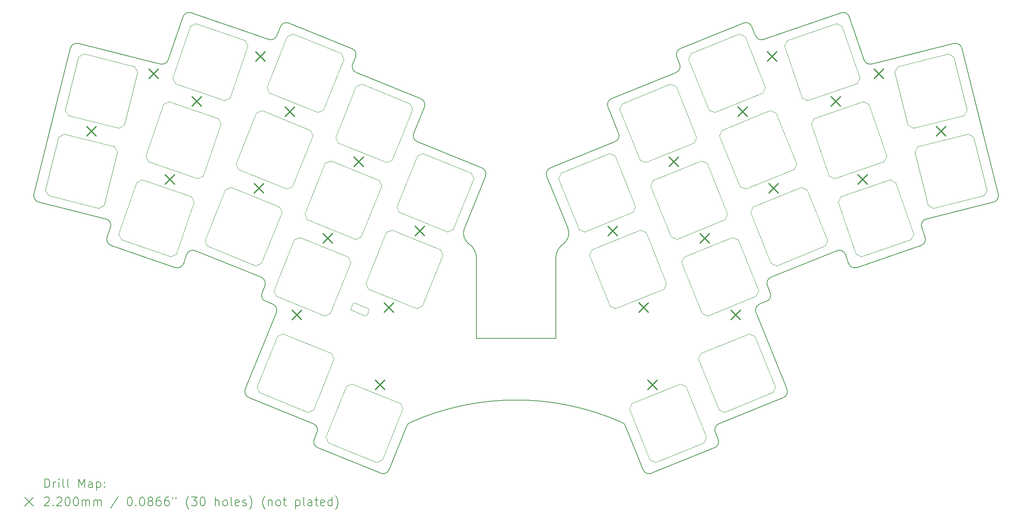
<source format=gbr>
%TF.GenerationSoftware,KiCad,Pcbnew,8.0.6-1.fc41*%
%TF.CreationDate,2024-11-30T14:56:50+11:00*%
%TF.ProjectId,katori-plate,6b61746f-7269-42d7-906c-6174652e6b69,0.1*%
%TF.SameCoordinates,Original*%
%TF.FileFunction,Drillmap*%
%TF.FilePolarity,Positive*%
%FSLAX45Y45*%
G04 Gerber Fmt 4.5, Leading zero omitted, Abs format (unit mm)*
G04 Created by KiCad (PCBNEW 8.0.6-1.fc41) date 2024-11-30 14:56:50*
%MOMM*%
%LPD*%
G01*
G04 APERTURE LIST*
%ADD10C,0.150000*%
%ADD11C,0.050000*%
%ADD12C,0.100000*%
%ADD13C,0.200000*%
%ADD14C,0.220000*%
G04 APERTURE END LIST*
D10*
X7982187Y-10934313D02*
X8053116Y-10728317D01*
X21322751Y-5780433D02*
X23102010Y-5167783D01*
X16542581Y-10838266D02*
G75*
G02*
X16730994Y-10472041I401989J24766D01*
G01*
X20209493Y-14816457D02*
G75*
G02*
X20292376Y-14621181I139078J56198D01*
G01*
X5560803Y-5875312D02*
X7449965Y-6346331D01*
X23811278Y-6346334D02*
X25700439Y-5875313D01*
X12710755Y-15675483D02*
G75*
G02*
X12515487Y-15758365I-139075J56193D01*
G01*
X11069081Y-15173985D02*
G75*
G02*
X10986188Y-14978712I56219J139095D01*
G01*
X11051748Y-14816457D02*
X10986193Y-14978714D01*
X23811278Y-6346334D02*
G75*
G02*
X23633162Y-6249623I-36288J145544D01*
G01*
X16419698Y-8733179D02*
X17903192Y-8133808D01*
X4651177Y-9523622D02*
X6195687Y-9908712D01*
X20855588Y-5404050D02*
G75*
G02*
X21050860Y-5486937I56192J-139080D01*
G01*
X18745756Y-15758368D02*
G75*
G02*
X18550489Y-15675481I-56186J139088D01*
G01*
X11952275Y-6541229D02*
X13435770Y-7140602D01*
X5378970Y-5984567D02*
G75*
G02*
X5560802Y-5875317I145530J-36273D01*
G01*
X21147009Y-12064899D02*
X21858761Y-13826550D01*
X23102010Y-5167783D02*
G75*
G02*
X23292673Y-5260778I48840J-141817D01*
G01*
X18745756Y-15758368D02*
X20192163Y-15173984D01*
X23010108Y-10638075D02*
G75*
G02*
X23208123Y-10728319I56202J-139046D01*
G01*
X21409482Y-11446550D02*
G75*
G02*
X21492365Y-11251277I139138J56170D01*
G01*
X7968566Y-5260776D02*
G75*
G02*
X8159229Y-5167788I141834J-48855D01*
G01*
X13358049Y-8133809D02*
X14841543Y-8733177D01*
X21322751Y-5780433D02*
G75*
G02*
X21134841Y-5694793I-48821J141853D01*
G01*
X20292379Y-14621187D02*
X21775873Y-14021818D01*
X25037721Y-10328757D02*
X24960017Y-10103093D01*
X13194530Y-14590696D02*
G75*
G02*
X18066711Y-14590696I2436090J-5483194D01*
G01*
X11852058Y-5988437D02*
G75*
G02*
X11934946Y-6183705I-56178J-139073D01*
G01*
X11869390Y-6345962D02*
X11934948Y-6183705D01*
X9485369Y-14021818D02*
X10968860Y-14621188D01*
X25700439Y-5875313D02*
G75*
G02*
X25882269Y-5984568I36291J-145537D01*
G01*
X7628080Y-6249623D02*
X7968566Y-5260776D01*
X23469718Y-11027305D02*
G75*
G02*
X23279054Y-10934315I-48849J141805D01*
G01*
X21492368Y-11251282D02*
X23010108Y-10638075D01*
X6316515Y-10519418D02*
G75*
G02*
X6223520Y-10328756I48895J141858D01*
G01*
X21147009Y-12064903D02*
G75*
G02*
X21229891Y-11869625I139091J56193D01*
G01*
X13358049Y-8133809D02*
G75*
G02*
X13275160Y-7938537I56211J139089D01*
G01*
X8251137Y-10638074D02*
X9768873Y-11251282D01*
X10210383Y-5486937D02*
X10126403Y-5694795D01*
X16336813Y-8928446D02*
G75*
G02*
X16419696Y-8733176I139117J56176D01*
G01*
X9869090Y-11804076D02*
G75*
G02*
X9786200Y-11608806I56180J139076D01*
G01*
X4541922Y-9341790D02*
X5378970Y-5984567D01*
X9768873Y-11251282D02*
G75*
G02*
X9851755Y-11446546I-56203J-139078D01*
G01*
X14924430Y-8928445D02*
X14440634Y-10125883D01*
X20275050Y-14978714D02*
G75*
G02*
X20192161Y-15173978I-139080J-56186D01*
G01*
X16542581Y-10838266D02*
X16543404Y-12652533D01*
X21229894Y-11869631D02*
X21392153Y-11804077D01*
X11069081Y-15173985D02*
X12515486Y-15758369D01*
X16336813Y-8928447D02*
X16820609Y-10125885D01*
X23469718Y-11027305D02*
X24944727Y-10519418D01*
X17825471Y-7140602D02*
X19308965Y-6541231D01*
X9402483Y-13826549D02*
X10114232Y-12064899D01*
X10031348Y-11869632D02*
G75*
G02*
X10114230Y-12064898I-56178J-139068D01*
G01*
X16820908Y-10125764D02*
G75*
G02*
X16730989Y-10472034I-278438J-112506D01*
G01*
X13435770Y-7140602D02*
G75*
G02*
X13518652Y-7335868I-56200J-139078D01*
G01*
X12710754Y-15675483D02*
X13116355Y-14671585D01*
X19326298Y-6183704D02*
G75*
G02*
X19409180Y-5988430I139082J56194D01*
G01*
X19326297Y-6183704D02*
X19391853Y-6345962D01*
X10210383Y-5486937D02*
G75*
G02*
X10405651Y-5404054I139067J-56173D01*
G01*
X7982187Y-10934312D02*
G75*
G02*
X7791525Y-11027307I-141847J48872D01*
G01*
X8053116Y-10728317D02*
G75*
G02*
X8251135Y-10638079I141824J-48833D01*
G01*
X23208124Y-10728317D02*
X23279055Y-10934314D01*
X4651177Y-9523622D02*
G75*
G02*
X4541922Y-9341790I36304J145552D01*
G01*
X21475039Y-11608806D02*
G75*
G02*
X21392152Y-11804074I-139069J-56194D01*
G01*
X14530505Y-10471837D02*
G75*
G02*
X14440634Y-10125883I188265J233557D01*
G01*
X14841544Y-8733177D02*
G75*
G02*
X14924428Y-8928446I-56184J-139073D01*
G01*
X25037721Y-10328757D02*
G75*
G02*
X24944726Y-10519413I-141841J-48823D01*
G01*
X9485369Y-14021818D02*
G75*
G02*
X9402478Y-13826547I56161J139069D01*
G01*
X6301225Y-10103091D02*
X6223523Y-10328757D01*
X9851760Y-11446548D02*
X9786203Y-11608807D01*
X21858760Y-13826551D02*
G75*
G02*
X21775871Y-14021813I-139070J-56189D01*
G01*
X9869091Y-11804076D02*
X10031348Y-11869632D01*
X20855588Y-5404050D02*
X19409182Y-5988436D01*
X8159230Y-5167784D02*
X9938490Y-5780433D01*
X10968862Y-14621189D02*
G75*
G02*
X11051745Y-14816456I-56182J-139071D01*
G01*
X18066711Y-14590696D02*
G75*
G02*
X18144889Y-14671584I-60901J-137084D01*
G01*
X14718789Y-12652296D02*
X16543404Y-12652533D01*
X6316515Y-10519419D02*
X7791524Y-11027305D01*
X17742586Y-7335869D02*
G75*
G02*
X17825468Y-7140595I139094J56189D01*
G01*
X21475039Y-11608806D02*
X21409482Y-11446550D01*
X20275050Y-14978714D02*
X20209494Y-14816457D01*
X11952275Y-6541230D02*
G75*
G02*
X11869387Y-6345962I56195J139080D01*
G01*
X19391853Y-6345962D02*
G75*
G02*
X19308963Y-6541225I-139073J-56188D01*
G01*
X21134839Y-5694794D02*
X21050859Y-5486937D01*
X17742587Y-7335870D02*
X17986078Y-7938541D01*
X13275164Y-7938538D02*
X13518656Y-7335870D01*
X7628080Y-6249623D02*
G75*
G02*
X7449964Y-6346335I-141840J48853D01*
G01*
X14718789Y-10838268D02*
X14718789Y-12652296D01*
X24960018Y-10103092D02*
G75*
G02*
X25065556Y-9908702I141812J48852D01*
G01*
X25882272Y-5984568D02*
X26719321Y-9341791D01*
X6195687Y-9908712D02*
G75*
G02*
X6301224Y-10103091I-36317J-145558D01*
G01*
X18144886Y-14671585D02*
X18550487Y-15675482D01*
X17986078Y-7938541D02*
G75*
G02*
X17903190Y-8133802I-139068J-56189D01*
G01*
X11852058Y-5988437D02*
X10405653Y-5404050D01*
X10126403Y-5694796D02*
G75*
G02*
X9938491Y-5780429I-139063J56166D01*
G01*
X23292674Y-5260778D02*
X23633162Y-6249623D01*
X26719323Y-9341791D02*
G75*
G02*
X26610063Y-9523617I-145533J-36289D01*
G01*
X25065557Y-9908709D02*
X26610064Y-9523621D01*
X14530376Y-10472042D02*
G75*
G02*
X14718789Y-10838268I-213577J-341458D01*
G01*
X13116355Y-14671585D02*
G75*
G02*
X13194530Y-14590694I139085J-56195D01*
G01*
D11*
X10822659Y-9924418D02*
X10767401Y-9794239D01*
X10822659Y-9924418D02*
X11935280Y-10373946D01*
X11239406Y-8625987D02*
X10767401Y-9794239D01*
X11369585Y-8570729D02*
X11239406Y-8625987D01*
X12065459Y-10318688D02*
X11935280Y-10373946D01*
X12065459Y-10318688D02*
X12537463Y-9150436D01*
X12482205Y-9020257D02*
X11369585Y-8570729D01*
X12537463Y-9150436D02*
X12482205Y-9020257D01*
X22418893Y-7729766D02*
X22480888Y-7602657D01*
X22418893Y-7729766D02*
X22829109Y-8921119D01*
X22829109Y-8921119D02*
X22956218Y-8983114D01*
X22956218Y-8983114D02*
X24090840Y-8592432D01*
X23615510Y-7211975D02*
X22480888Y-7602657D01*
X23615510Y-7211975D02*
X23742619Y-7273970D01*
X24090840Y-8592432D02*
X24152835Y-8465324D01*
X24152835Y-8465324D02*
X23742619Y-7273970D01*
X5333867Y-7529547D02*
X5261029Y-7408326D01*
X5333867Y-7529547D02*
X6498221Y-7819854D01*
X5565851Y-6185753D02*
X5261029Y-7408326D01*
X5687072Y-6112916D02*
X5565851Y-6185753D01*
X6619443Y-7747016D02*
X6498221Y-7819854D01*
X6619443Y-7747016D02*
X6924265Y-6524444D01*
X6851427Y-6403222D02*
X5687072Y-6112916D01*
X6924265Y-6524444D02*
X6851427Y-6403222D01*
X19435532Y-10912086D02*
X19490790Y-10781907D01*
X19435532Y-10912086D02*
X19907536Y-12080338D01*
X19907536Y-12080338D02*
X20037715Y-12135596D01*
X20037715Y-12135596D02*
X21150336Y-11686068D01*
X20603410Y-10332379D02*
X19490790Y-10781907D01*
X20603410Y-10332379D02*
X20733589Y-10387637D01*
X21150336Y-11686068D02*
X21205594Y-11555889D01*
X21205594Y-11555889D02*
X20733589Y-10387637D01*
X17318008Y-10743015D02*
X17790012Y-11911266D01*
X17373266Y-10612835D02*
X17318008Y-10743015D01*
X17920191Y-11966524D02*
X17790012Y-11911266D01*
X17920191Y-11966524D02*
X19032812Y-11516996D01*
X18485886Y-10163308D02*
X17373266Y-10612835D01*
X18616065Y-10218565D02*
X18485886Y-10163308D01*
X19088070Y-11386817D02*
X18616065Y-10218565D01*
X19088070Y-11386817D02*
X19032812Y-11516996D01*
X12940183Y-9755345D02*
X12884925Y-9625166D01*
X12940183Y-9755345D02*
X14052804Y-10204873D01*
X13356930Y-8456915D02*
X12884925Y-9625166D01*
X13487109Y-8401657D02*
X13356930Y-8456915D01*
X14182983Y-10149615D02*
X14052804Y-10204873D01*
X14182983Y-10149615D02*
X14654987Y-8981364D01*
X14599729Y-8851185D02*
X13487109Y-8401657D01*
X14654987Y-8981364D02*
X14599729Y-8851185D01*
D12*
X11850637Y-12013942D02*
X12156783Y-12137688D01*
X11872383Y-11866393D02*
X11831167Y-11968434D01*
X12202291Y-12118218D02*
X12243442Y-12016365D01*
X12223777Y-11970779D02*
X11917890Y-11846925D01*
X11850637Y-12013942D02*
G75*
G02*
X11831167Y-11968434I13149J32544D01*
G01*
X11872383Y-11866393D02*
G75*
G02*
X11917891Y-11846922I32543J-13144D01*
G01*
X12202291Y-12118218D02*
G75*
G02*
X12156783Y-12137686I-32544J13150D01*
G01*
X12223777Y-11970779D02*
G75*
G02*
X12243247Y-12016287I-13149J-32545D01*
G01*
D11*
X8527193Y-10533903D02*
X8471935Y-10403724D01*
X8527193Y-10533903D02*
X9639814Y-10983431D01*
X8943940Y-9235472D02*
X8471935Y-10403724D01*
X9074119Y-9180215D02*
X8943940Y-9235472D01*
X9769993Y-10928173D02*
X9639814Y-10983431D01*
X9769993Y-10928173D02*
X10241997Y-9759922D01*
X10186739Y-9629743D02*
X9074119Y-9180215D01*
X10241997Y-9759922D02*
X10186739Y-9629743D01*
X11255635Y-14925796D02*
X11310893Y-15055976D01*
X11310893Y-15055976D02*
X12423513Y-15505503D01*
X11727639Y-13757545D02*
X11255635Y-14925796D01*
X11727639Y-13757545D02*
X11857818Y-13702287D01*
X12423513Y-15505503D02*
X12553692Y-15450246D01*
X12553692Y-15450246D02*
X13025697Y-14281994D01*
X12970439Y-14151815D02*
X11857818Y-13702287D01*
X12970439Y-14151815D02*
X13025697Y-14281994D01*
X18723781Y-9150438D02*
X18779039Y-9020259D01*
X18723781Y-9150438D02*
X19195786Y-10318690D01*
X19195786Y-10318690D02*
X19325965Y-10373948D01*
X19325965Y-10373948D02*
X20438585Y-9924420D01*
X19891660Y-8570731D02*
X18779039Y-9020259D01*
X19891660Y-8570731D02*
X20021839Y-8625989D01*
X20438585Y-9924420D02*
X20493843Y-9794241D01*
X20493843Y-9794241D02*
X20021839Y-8625989D01*
X21800315Y-5933281D02*
X21862310Y-5806172D01*
X21800315Y-5933281D02*
X22210530Y-7124635D01*
X22210530Y-7124635D02*
X22337639Y-7186630D01*
X22337639Y-7186630D02*
X23472261Y-6795948D01*
X22996932Y-5415491D02*
X21862310Y-5806172D01*
X22996932Y-5415491D02*
X23124041Y-5477486D01*
X23472261Y-6795948D02*
X23534256Y-6668839D01*
X23534256Y-6668839D02*
X23124041Y-5477486D01*
X4874214Y-9373109D02*
X4801377Y-9251887D01*
X4874214Y-9373109D02*
X6038569Y-9663415D01*
X5106198Y-8029314D02*
X4801377Y-9251887D01*
X5227420Y-7956477D02*
X5106198Y-8029314D01*
X6159790Y-9590578D02*
X6038569Y-9663415D01*
X6159790Y-9590578D02*
X6464612Y-8368005D01*
X6391775Y-8246783D02*
X5227420Y-7956477D01*
X6464612Y-8368005D02*
X6391775Y-8246783D01*
X9950698Y-7010605D02*
X9895441Y-6880426D01*
X9950698Y-7010605D02*
X11063319Y-7460133D01*
X10367445Y-5712174D02*
X9895441Y-6880426D01*
X10497624Y-5656916D02*
X10367445Y-5712174D01*
X11193498Y-7404875D02*
X11063319Y-7460133D01*
X11193498Y-7404875D02*
X11665502Y-6236623D01*
X11610244Y-6106444D02*
X10497624Y-5656916D01*
X11665502Y-6236623D02*
X11610244Y-6106444D01*
X24796631Y-8368007D02*
X24869468Y-8246785D01*
X24796631Y-8368007D02*
X25101452Y-9590580D01*
X25101452Y-9590580D02*
X25222674Y-9663417D01*
X25222674Y-9663417D02*
X26387029Y-9373111D01*
X26033823Y-7956479D02*
X24869468Y-8246785D01*
X26033823Y-7956479D02*
X26155045Y-8029316D01*
X26387029Y-9373111D02*
X26459866Y-9251889D01*
X26459866Y-9251889D02*
X26155045Y-8029316D01*
X18012028Y-7388787D02*
X18067286Y-7258608D01*
X18012028Y-7388787D02*
X18484032Y-8557039D01*
X18484032Y-8557039D02*
X18614211Y-8612296D01*
X18614211Y-8612296D02*
X19726832Y-8162768D01*
X19179906Y-6809080D02*
X18067286Y-7258608D01*
X19179906Y-6809080D02*
X19310085Y-6864338D01*
X19726832Y-8162768D02*
X19782090Y-8032589D01*
X19782090Y-8032589D02*
X19310085Y-6864338D01*
X19595741Y-6236622D02*
X19650999Y-6106443D01*
X19595741Y-6236622D02*
X20067745Y-7404874D01*
X20067745Y-7404874D02*
X20197924Y-7460132D01*
X20197924Y-7460132D02*
X21310545Y-7010604D01*
X20763619Y-5656915D02*
X19650999Y-6106443D01*
X20763619Y-5656915D02*
X20893798Y-5712173D01*
X21310545Y-7010604D02*
X21365803Y-6880425D01*
X21365803Y-6880425D02*
X20893798Y-5712173D01*
X16606256Y-8981365D02*
X17078261Y-10149617D01*
X16661514Y-8851186D02*
X16606256Y-8981365D01*
X17208440Y-10204875D02*
X17078261Y-10149617D01*
X17208440Y-10204875D02*
X18321060Y-9755347D01*
X17774135Y-8401658D02*
X16661514Y-8851186D01*
X17904314Y-8456916D02*
X17774135Y-8401658D01*
X18376318Y-9625168D02*
X17904314Y-8456916D01*
X18376318Y-9625168D02*
X18321060Y-9755347D01*
X24336978Y-6524443D02*
X24409815Y-6403221D01*
X24336978Y-6524443D02*
X24641799Y-7747015D01*
X24641799Y-7747015D02*
X24763021Y-7819853D01*
X24763021Y-7819853D02*
X25927376Y-7529547D01*
X25574170Y-6112915D02*
X24409815Y-6403221D01*
X25574170Y-6112915D02*
X25695392Y-6185752D01*
X25927376Y-7529547D02*
X26000213Y-7408325D01*
X26000213Y-7408325D02*
X25695392Y-6185752D01*
X12228430Y-11516994D02*
X12173172Y-11386815D01*
X12228430Y-11516994D02*
X13341051Y-11966522D01*
X12645177Y-10218563D02*
X12173172Y-11386815D01*
X12775356Y-10163305D02*
X12645177Y-10218563D01*
X13471230Y-11911264D02*
X13341051Y-11966522D01*
X13471230Y-11911264D02*
X13943234Y-10743012D01*
X13887976Y-10612833D02*
X12775356Y-10163305D01*
X13943234Y-10743012D02*
X13887976Y-10612833D01*
X19819256Y-13129829D02*
X19874514Y-12999650D01*
X19819256Y-13129829D02*
X20291260Y-14298080D01*
X20291260Y-14298080D02*
X20421439Y-14353338D01*
X20421439Y-14353338D02*
X21534060Y-13903810D01*
X20987134Y-12550122D02*
X19874514Y-12999650D01*
X20987134Y-12550122D02*
X21117313Y-12605380D01*
X21534060Y-13903810D02*
X21589318Y-13773631D01*
X21589318Y-13773631D02*
X21117313Y-12605380D01*
X7788981Y-6795946D02*
X7726986Y-6668838D01*
X7788981Y-6795946D02*
X8923604Y-7186628D01*
X8137202Y-5477484D02*
X7726986Y-6668838D01*
X8264311Y-5415489D02*
X8137202Y-5477484D01*
X9050713Y-7124633D02*
X8923604Y-7186628D01*
X9050713Y-7124633D02*
X9460928Y-5933280D01*
X9398933Y-5806171D02*
X8264311Y-5415489D01*
X9460928Y-5933280D02*
X9398933Y-5806171D01*
X18235545Y-14281991D02*
X18290803Y-14151812D01*
X18235545Y-14281991D02*
X18707549Y-15450243D01*
X18707549Y-15450243D02*
X18837728Y-15505501D01*
X18837728Y-15505501D02*
X19950349Y-15055973D01*
X19403423Y-13702284D02*
X18290803Y-14151812D01*
X19403423Y-13702284D02*
X19533602Y-13757542D01*
X19950349Y-15055973D02*
X20005607Y-14925794D01*
X20005607Y-14925794D02*
X19533602Y-13757542D01*
X6551823Y-10388917D02*
X6489828Y-10261808D01*
X6551823Y-10388917D02*
X7686446Y-10779599D01*
X6900044Y-9070455D02*
X6489828Y-10261808D01*
X7027153Y-9008460D02*
X6900044Y-9070455D01*
X7813554Y-10717604D02*
X7686446Y-10779599D01*
X7813554Y-10717604D02*
X8223770Y-9526250D01*
X8161775Y-9399142D02*
X7027153Y-9008460D01*
X8223770Y-9526250D02*
X8161775Y-9399142D01*
X20307492Y-7998272D02*
X20362750Y-7868093D01*
X20307492Y-7998272D02*
X20779497Y-9166524D01*
X20779497Y-9166524D02*
X20909676Y-9221781D01*
X20909676Y-9221781D02*
X22022296Y-8772253D01*
X21475371Y-7418565D02*
X20362750Y-7868093D01*
X21475371Y-7418565D02*
X21605550Y-7473823D01*
X22022296Y-8772253D02*
X22077554Y-8642074D01*
X22077554Y-8642074D02*
X21605550Y-7473823D01*
X9727183Y-13903811D02*
X9671925Y-13773632D01*
X9727183Y-13903811D02*
X10839803Y-14353339D01*
X10143929Y-12605380D02*
X9671925Y-13773632D01*
X10274108Y-12550122D02*
X10143929Y-12605380D01*
X10969982Y-14298081D02*
X10839803Y-14353339D01*
X10969982Y-14298081D02*
X11441986Y-13129829D01*
X11386729Y-12999650D02*
X10274108Y-12550122D01*
X11441986Y-13129829D02*
X11386729Y-12999650D01*
X10110905Y-11686067D02*
X10055647Y-11555888D01*
X10110905Y-11686067D02*
X11223526Y-12135595D01*
X10527652Y-10387637D02*
X10055647Y-11555888D01*
X10657831Y-10332379D02*
X10527652Y-10387637D01*
X11353705Y-12080337D02*
X11223526Y-12135595D01*
X11353705Y-12080337D02*
X11825709Y-10912086D01*
X11770451Y-10781907D02*
X10657831Y-10332379D01*
X11825709Y-10912086D02*
X11770451Y-10781907D01*
X9238946Y-8772252D02*
X9183688Y-8642073D01*
X9238946Y-8772252D02*
X10351566Y-9221780D01*
X9655692Y-7473821D02*
X9183688Y-8642073D01*
X9785871Y-7418564D02*
X9655692Y-7473821D01*
X10481745Y-9166522D02*
X10351566Y-9221780D01*
X10481745Y-9166522D02*
X10953750Y-7998271D01*
X10898492Y-7868091D02*
X9785871Y-7418564D01*
X10953750Y-7998271D02*
X10898492Y-7868091D01*
X23037473Y-9526252D02*
X23099468Y-9399144D01*
X23037473Y-9526252D02*
X23447689Y-10717606D01*
X23447689Y-10717606D02*
X23574798Y-10779601D01*
X23574798Y-10779601D02*
X24709420Y-10388919D01*
X24234091Y-9008462D02*
X23099468Y-9399144D01*
X24234091Y-9008462D02*
X24361199Y-9070457D01*
X24709420Y-10388919D02*
X24771415Y-10261810D01*
X24771415Y-10261810D02*
X24361199Y-9070457D01*
X7170401Y-8592432D02*
X7108406Y-8465323D01*
X7170401Y-8592432D02*
X8305023Y-8983114D01*
X7518621Y-7273970D02*
X7108406Y-8465323D01*
X7645730Y-7211975D02*
X7518621Y-7273970D01*
X8432132Y-8921119D02*
X8305023Y-8983114D01*
X8432132Y-8921119D02*
X8842348Y-7729765D01*
X8780353Y-7602657D02*
X7645730Y-7211975D01*
X8842348Y-7729765D02*
X8780353Y-7602657D01*
X11534408Y-8162768D02*
X11479150Y-8032589D01*
X11534408Y-8162768D02*
X12647029Y-8612296D01*
X11951155Y-6864338D02*
X11479150Y-8032589D01*
X12081334Y-6809080D02*
X11951155Y-6864338D01*
X12777208Y-8557038D02*
X12647029Y-8612296D01*
X12777208Y-8557038D02*
X13249212Y-7388787D01*
X13193954Y-7258608D02*
X12081334Y-6809080D01*
X13249212Y-7388787D02*
X13193954Y-7258608D01*
X21019245Y-9759923D02*
X21074503Y-9629744D01*
X21019245Y-9759923D02*
X21491249Y-10928174D01*
X21491249Y-10928174D02*
X21621428Y-10983432D01*
X21621428Y-10983432D02*
X22734049Y-10533904D01*
X22187123Y-9180216D02*
X21074503Y-9629744D01*
X22187123Y-9180216D02*
X22317302Y-9235473D01*
X22734049Y-10533904D02*
X22789307Y-10403725D01*
X22789307Y-10403725D02*
X22317302Y-9235473D01*
D13*
D14*
X5752822Y-7778165D02*
X5972822Y-7998165D01*
X5972822Y-7778165D02*
X5752822Y-7998165D01*
X7182647Y-6456385D02*
X7402647Y-6676385D01*
X7402647Y-6456385D02*
X7182647Y-6676385D01*
X7556088Y-8885786D02*
X7776088Y-9105786D01*
X7776088Y-8885786D02*
X7556088Y-9105786D01*
X8174669Y-7089301D02*
X8394669Y-7309301D01*
X8394669Y-7089301D02*
X8174669Y-7309301D01*
X9602843Y-9090998D02*
X9822843Y-9310998D01*
X9822843Y-9090998D02*
X9602843Y-9310998D01*
X9639536Y-6060146D02*
X9859536Y-6280146D01*
X9859536Y-6060146D02*
X9639536Y-6280146D01*
X10314595Y-7329349D02*
X10534595Y-7549349D01*
X10534595Y-7329349D02*
X10314595Y-7549349D01*
X10474801Y-12004812D02*
X10694801Y-12224812D01*
X10694801Y-12004812D02*
X10474801Y-12224812D01*
X11186553Y-10243163D02*
X11406553Y-10463163D01*
X11406553Y-10243163D02*
X11186553Y-10463163D01*
X11898305Y-8481515D02*
X12118305Y-8701515D01*
X12118305Y-8481515D02*
X11898305Y-8701515D01*
X12386542Y-13613072D02*
X12606542Y-13833072D01*
X12606542Y-13613072D02*
X12386542Y-13833072D01*
X12592329Y-11835740D02*
X12812329Y-12055740D01*
X12812329Y-11835740D02*
X12592329Y-12055740D01*
X12592329Y-11835740D02*
X12812329Y-12055740D01*
X12812329Y-11835740D02*
X12592329Y-12055740D01*
X13304079Y-10074091D02*
X13524079Y-10294091D01*
X13524079Y-10074091D02*
X13304079Y-10294091D01*
X13304079Y-10074091D02*
X13524079Y-10294091D01*
X13524079Y-10074091D02*
X13304079Y-10294091D01*
X17737163Y-10074089D02*
X17957163Y-10294089D01*
X17957163Y-10074089D02*
X17737163Y-10294089D01*
X18448914Y-11835739D02*
X18668914Y-12055739D01*
X18668914Y-11835739D02*
X18448914Y-12055739D01*
X18654700Y-13613069D02*
X18874700Y-13833069D01*
X18874700Y-13613069D02*
X18654700Y-13833069D01*
X19142937Y-8481515D02*
X19362937Y-8701515D01*
X19362937Y-8481515D02*
X19142937Y-8701515D01*
X19854688Y-10243164D02*
X20074688Y-10463164D01*
X20074688Y-10243164D02*
X19854688Y-10463164D01*
X20566438Y-12004813D02*
X20786438Y-12224813D01*
X20786438Y-12004813D02*
X20566438Y-12224813D01*
X20726649Y-7329348D02*
X20946649Y-7549348D01*
X20946649Y-7329348D02*
X20726649Y-7549348D01*
X21401707Y-6060148D02*
X21621707Y-6280148D01*
X21621707Y-6060148D02*
X21401707Y-6280148D01*
X21401707Y-6060148D02*
X21621707Y-6280148D01*
X21621707Y-6060148D02*
X21401707Y-6280148D01*
X21438400Y-9091000D02*
X21658400Y-9311000D01*
X21658400Y-9091000D02*
X21438400Y-9311000D01*
X22866574Y-7089302D02*
X23086574Y-7309302D01*
X23086574Y-7089302D02*
X22866574Y-7309302D01*
X23485155Y-8885789D02*
X23705155Y-9105789D01*
X23705155Y-8885789D02*
X23485155Y-9105789D01*
X23858596Y-6456384D02*
X24078596Y-6676384D01*
X24078596Y-6456384D02*
X23858596Y-6676384D01*
X23858596Y-6456384D02*
X24078596Y-6676384D01*
X24078596Y-6456384D02*
X23858596Y-6676384D01*
X25288421Y-7778165D02*
X25508421Y-7998165D01*
X25508421Y-7778165D02*
X25288421Y-7998165D01*
D13*
X4790746Y-16088272D02*
X4790746Y-15888272D01*
X4790746Y-15888272D02*
X4838365Y-15888272D01*
X4838365Y-15888272D02*
X4866936Y-15897796D01*
X4866936Y-15897796D02*
X4885984Y-15916844D01*
X4885984Y-15916844D02*
X4895507Y-15935891D01*
X4895507Y-15935891D02*
X4905031Y-15973986D01*
X4905031Y-15973986D02*
X4905031Y-16002558D01*
X4905031Y-16002558D02*
X4895507Y-16040653D01*
X4895507Y-16040653D02*
X4885984Y-16059701D01*
X4885984Y-16059701D02*
X4866936Y-16078748D01*
X4866936Y-16078748D02*
X4838365Y-16088272D01*
X4838365Y-16088272D02*
X4790746Y-16088272D01*
X4990746Y-16088272D02*
X4990746Y-15954939D01*
X4990746Y-15993034D02*
X5000269Y-15973986D01*
X5000269Y-15973986D02*
X5009793Y-15964463D01*
X5009793Y-15964463D02*
X5028841Y-15954939D01*
X5028841Y-15954939D02*
X5047888Y-15954939D01*
X5114555Y-16088272D02*
X5114555Y-15954939D01*
X5114555Y-15888272D02*
X5105031Y-15897796D01*
X5105031Y-15897796D02*
X5114555Y-15907320D01*
X5114555Y-15907320D02*
X5124079Y-15897796D01*
X5124079Y-15897796D02*
X5114555Y-15888272D01*
X5114555Y-15888272D02*
X5114555Y-15907320D01*
X5238365Y-16088272D02*
X5219317Y-16078748D01*
X5219317Y-16078748D02*
X5209793Y-16059701D01*
X5209793Y-16059701D02*
X5209793Y-15888272D01*
X5343126Y-16088272D02*
X5324079Y-16078748D01*
X5324079Y-16078748D02*
X5314555Y-16059701D01*
X5314555Y-16059701D02*
X5314555Y-15888272D01*
X5571698Y-16088272D02*
X5571698Y-15888272D01*
X5571698Y-15888272D02*
X5638365Y-16031129D01*
X5638365Y-16031129D02*
X5705031Y-15888272D01*
X5705031Y-15888272D02*
X5705031Y-16088272D01*
X5885984Y-16088272D02*
X5885984Y-15983510D01*
X5885984Y-15983510D02*
X5876460Y-15964463D01*
X5876460Y-15964463D02*
X5857412Y-15954939D01*
X5857412Y-15954939D02*
X5819317Y-15954939D01*
X5819317Y-15954939D02*
X5800269Y-15964463D01*
X5885984Y-16078748D02*
X5866936Y-16088272D01*
X5866936Y-16088272D02*
X5819317Y-16088272D01*
X5819317Y-16088272D02*
X5800269Y-16078748D01*
X5800269Y-16078748D02*
X5790745Y-16059701D01*
X5790745Y-16059701D02*
X5790745Y-16040653D01*
X5790745Y-16040653D02*
X5800269Y-16021605D01*
X5800269Y-16021605D02*
X5819317Y-16012082D01*
X5819317Y-16012082D02*
X5866936Y-16012082D01*
X5866936Y-16012082D02*
X5885984Y-16002558D01*
X5981222Y-15954939D02*
X5981222Y-16154939D01*
X5981222Y-15964463D02*
X6000269Y-15954939D01*
X6000269Y-15954939D02*
X6038365Y-15954939D01*
X6038365Y-15954939D02*
X6057412Y-15964463D01*
X6057412Y-15964463D02*
X6066936Y-15973986D01*
X6066936Y-15973986D02*
X6076460Y-15993034D01*
X6076460Y-15993034D02*
X6076460Y-16050177D01*
X6076460Y-16050177D02*
X6066936Y-16069224D01*
X6066936Y-16069224D02*
X6057412Y-16078748D01*
X6057412Y-16078748D02*
X6038365Y-16088272D01*
X6038365Y-16088272D02*
X6000269Y-16088272D01*
X6000269Y-16088272D02*
X5981222Y-16078748D01*
X6162174Y-16069224D02*
X6171698Y-16078748D01*
X6171698Y-16078748D02*
X6162174Y-16088272D01*
X6162174Y-16088272D02*
X6152650Y-16078748D01*
X6152650Y-16078748D02*
X6162174Y-16069224D01*
X6162174Y-16069224D02*
X6162174Y-16088272D01*
X6162174Y-15964463D02*
X6171698Y-15973986D01*
X6171698Y-15973986D02*
X6162174Y-15983510D01*
X6162174Y-15983510D02*
X6152650Y-15973986D01*
X6152650Y-15973986D02*
X6162174Y-15964463D01*
X6162174Y-15964463D02*
X6162174Y-15983510D01*
X4329969Y-16316788D02*
X4529969Y-16516788D01*
X4529969Y-16316788D02*
X4329969Y-16516788D01*
X4781222Y-16327320D02*
X4790746Y-16317796D01*
X4790746Y-16317796D02*
X4809793Y-16308272D01*
X4809793Y-16308272D02*
X4857412Y-16308272D01*
X4857412Y-16308272D02*
X4876460Y-16317796D01*
X4876460Y-16317796D02*
X4885984Y-16327320D01*
X4885984Y-16327320D02*
X4895507Y-16346367D01*
X4895507Y-16346367D02*
X4895507Y-16365415D01*
X4895507Y-16365415D02*
X4885984Y-16393986D01*
X4885984Y-16393986D02*
X4771698Y-16508272D01*
X4771698Y-16508272D02*
X4895507Y-16508272D01*
X4981222Y-16489224D02*
X4990746Y-16498748D01*
X4990746Y-16498748D02*
X4981222Y-16508272D01*
X4981222Y-16508272D02*
X4971698Y-16498748D01*
X4971698Y-16498748D02*
X4981222Y-16489224D01*
X4981222Y-16489224D02*
X4981222Y-16508272D01*
X5066936Y-16327320D02*
X5076460Y-16317796D01*
X5076460Y-16317796D02*
X5095507Y-16308272D01*
X5095507Y-16308272D02*
X5143127Y-16308272D01*
X5143127Y-16308272D02*
X5162174Y-16317796D01*
X5162174Y-16317796D02*
X5171698Y-16327320D01*
X5171698Y-16327320D02*
X5181222Y-16346367D01*
X5181222Y-16346367D02*
X5181222Y-16365415D01*
X5181222Y-16365415D02*
X5171698Y-16393986D01*
X5171698Y-16393986D02*
X5057412Y-16508272D01*
X5057412Y-16508272D02*
X5181222Y-16508272D01*
X5305031Y-16308272D02*
X5324079Y-16308272D01*
X5324079Y-16308272D02*
X5343127Y-16317796D01*
X5343127Y-16317796D02*
X5352650Y-16327320D01*
X5352650Y-16327320D02*
X5362174Y-16346367D01*
X5362174Y-16346367D02*
X5371698Y-16384463D01*
X5371698Y-16384463D02*
X5371698Y-16432082D01*
X5371698Y-16432082D02*
X5362174Y-16470177D01*
X5362174Y-16470177D02*
X5352650Y-16489224D01*
X5352650Y-16489224D02*
X5343127Y-16498748D01*
X5343127Y-16498748D02*
X5324079Y-16508272D01*
X5324079Y-16508272D02*
X5305031Y-16508272D01*
X5305031Y-16508272D02*
X5285984Y-16498748D01*
X5285984Y-16498748D02*
X5276460Y-16489224D01*
X5276460Y-16489224D02*
X5266936Y-16470177D01*
X5266936Y-16470177D02*
X5257412Y-16432082D01*
X5257412Y-16432082D02*
X5257412Y-16384463D01*
X5257412Y-16384463D02*
X5266936Y-16346367D01*
X5266936Y-16346367D02*
X5276460Y-16327320D01*
X5276460Y-16327320D02*
X5285984Y-16317796D01*
X5285984Y-16317796D02*
X5305031Y-16308272D01*
X5495507Y-16308272D02*
X5514555Y-16308272D01*
X5514555Y-16308272D02*
X5533603Y-16317796D01*
X5533603Y-16317796D02*
X5543127Y-16327320D01*
X5543127Y-16327320D02*
X5552650Y-16346367D01*
X5552650Y-16346367D02*
X5562174Y-16384463D01*
X5562174Y-16384463D02*
X5562174Y-16432082D01*
X5562174Y-16432082D02*
X5552650Y-16470177D01*
X5552650Y-16470177D02*
X5543127Y-16489224D01*
X5543127Y-16489224D02*
X5533603Y-16498748D01*
X5533603Y-16498748D02*
X5514555Y-16508272D01*
X5514555Y-16508272D02*
X5495507Y-16508272D01*
X5495507Y-16508272D02*
X5476460Y-16498748D01*
X5476460Y-16498748D02*
X5466936Y-16489224D01*
X5466936Y-16489224D02*
X5457412Y-16470177D01*
X5457412Y-16470177D02*
X5447888Y-16432082D01*
X5447888Y-16432082D02*
X5447888Y-16384463D01*
X5447888Y-16384463D02*
X5457412Y-16346367D01*
X5457412Y-16346367D02*
X5466936Y-16327320D01*
X5466936Y-16327320D02*
X5476460Y-16317796D01*
X5476460Y-16317796D02*
X5495507Y-16308272D01*
X5647888Y-16508272D02*
X5647888Y-16374939D01*
X5647888Y-16393986D02*
X5657412Y-16384463D01*
X5657412Y-16384463D02*
X5676460Y-16374939D01*
X5676460Y-16374939D02*
X5705031Y-16374939D01*
X5705031Y-16374939D02*
X5724079Y-16384463D01*
X5724079Y-16384463D02*
X5733603Y-16403510D01*
X5733603Y-16403510D02*
X5733603Y-16508272D01*
X5733603Y-16403510D02*
X5743126Y-16384463D01*
X5743126Y-16384463D02*
X5762174Y-16374939D01*
X5762174Y-16374939D02*
X5790745Y-16374939D01*
X5790745Y-16374939D02*
X5809793Y-16384463D01*
X5809793Y-16384463D02*
X5819317Y-16403510D01*
X5819317Y-16403510D02*
X5819317Y-16508272D01*
X5914555Y-16508272D02*
X5914555Y-16374939D01*
X5914555Y-16393986D02*
X5924079Y-16384463D01*
X5924079Y-16384463D02*
X5943126Y-16374939D01*
X5943126Y-16374939D02*
X5971698Y-16374939D01*
X5971698Y-16374939D02*
X5990746Y-16384463D01*
X5990746Y-16384463D02*
X6000269Y-16403510D01*
X6000269Y-16403510D02*
X6000269Y-16508272D01*
X6000269Y-16403510D02*
X6009793Y-16384463D01*
X6009793Y-16384463D02*
X6028841Y-16374939D01*
X6028841Y-16374939D02*
X6057412Y-16374939D01*
X6057412Y-16374939D02*
X6076460Y-16384463D01*
X6076460Y-16384463D02*
X6085984Y-16403510D01*
X6085984Y-16403510D02*
X6085984Y-16508272D01*
X6476460Y-16298748D02*
X6305031Y-16555891D01*
X6733603Y-16308272D02*
X6752650Y-16308272D01*
X6752650Y-16308272D02*
X6771698Y-16317796D01*
X6771698Y-16317796D02*
X6781222Y-16327320D01*
X6781222Y-16327320D02*
X6790746Y-16346367D01*
X6790746Y-16346367D02*
X6800269Y-16384463D01*
X6800269Y-16384463D02*
X6800269Y-16432082D01*
X6800269Y-16432082D02*
X6790746Y-16470177D01*
X6790746Y-16470177D02*
X6781222Y-16489224D01*
X6781222Y-16489224D02*
X6771698Y-16498748D01*
X6771698Y-16498748D02*
X6752650Y-16508272D01*
X6752650Y-16508272D02*
X6733603Y-16508272D01*
X6733603Y-16508272D02*
X6714555Y-16498748D01*
X6714555Y-16498748D02*
X6705031Y-16489224D01*
X6705031Y-16489224D02*
X6695508Y-16470177D01*
X6695508Y-16470177D02*
X6685984Y-16432082D01*
X6685984Y-16432082D02*
X6685984Y-16384463D01*
X6685984Y-16384463D02*
X6695508Y-16346367D01*
X6695508Y-16346367D02*
X6705031Y-16327320D01*
X6705031Y-16327320D02*
X6714555Y-16317796D01*
X6714555Y-16317796D02*
X6733603Y-16308272D01*
X6885984Y-16489224D02*
X6895508Y-16498748D01*
X6895508Y-16498748D02*
X6885984Y-16508272D01*
X6885984Y-16508272D02*
X6876460Y-16498748D01*
X6876460Y-16498748D02*
X6885984Y-16489224D01*
X6885984Y-16489224D02*
X6885984Y-16508272D01*
X7019317Y-16308272D02*
X7038365Y-16308272D01*
X7038365Y-16308272D02*
X7057412Y-16317796D01*
X7057412Y-16317796D02*
X7066936Y-16327320D01*
X7066936Y-16327320D02*
X7076460Y-16346367D01*
X7076460Y-16346367D02*
X7085984Y-16384463D01*
X7085984Y-16384463D02*
X7085984Y-16432082D01*
X7085984Y-16432082D02*
X7076460Y-16470177D01*
X7076460Y-16470177D02*
X7066936Y-16489224D01*
X7066936Y-16489224D02*
X7057412Y-16498748D01*
X7057412Y-16498748D02*
X7038365Y-16508272D01*
X7038365Y-16508272D02*
X7019317Y-16508272D01*
X7019317Y-16508272D02*
X7000269Y-16498748D01*
X7000269Y-16498748D02*
X6990746Y-16489224D01*
X6990746Y-16489224D02*
X6981222Y-16470177D01*
X6981222Y-16470177D02*
X6971698Y-16432082D01*
X6971698Y-16432082D02*
X6971698Y-16384463D01*
X6971698Y-16384463D02*
X6981222Y-16346367D01*
X6981222Y-16346367D02*
X6990746Y-16327320D01*
X6990746Y-16327320D02*
X7000269Y-16317796D01*
X7000269Y-16317796D02*
X7019317Y-16308272D01*
X7200269Y-16393986D02*
X7181222Y-16384463D01*
X7181222Y-16384463D02*
X7171698Y-16374939D01*
X7171698Y-16374939D02*
X7162174Y-16355891D01*
X7162174Y-16355891D02*
X7162174Y-16346367D01*
X7162174Y-16346367D02*
X7171698Y-16327320D01*
X7171698Y-16327320D02*
X7181222Y-16317796D01*
X7181222Y-16317796D02*
X7200269Y-16308272D01*
X7200269Y-16308272D02*
X7238365Y-16308272D01*
X7238365Y-16308272D02*
X7257412Y-16317796D01*
X7257412Y-16317796D02*
X7266936Y-16327320D01*
X7266936Y-16327320D02*
X7276460Y-16346367D01*
X7276460Y-16346367D02*
X7276460Y-16355891D01*
X7276460Y-16355891D02*
X7266936Y-16374939D01*
X7266936Y-16374939D02*
X7257412Y-16384463D01*
X7257412Y-16384463D02*
X7238365Y-16393986D01*
X7238365Y-16393986D02*
X7200269Y-16393986D01*
X7200269Y-16393986D02*
X7181222Y-16403510D01*
X7181222Y-16403510D02*
X7171698Y-16413034D01*
X7171698Y-16413034D02*
X7162174Y-16432082D01*
X7162174Y-16432082D02*
X7162174Y-16470177D01*
X7162174Y-16470177D02*
X7171698Y-16489224D01*
X7171698Y-16489224D02*
X7181222Y-16498748D01*
X7181222Y-16498748D02*
X7200269Y-16508272D01*
X7200269Y-16508272D02*
X7238365Y-16508272D01*
X7238365Y-16508272D02*
X7257412Y-16498748D01*
X7257412Y-16498748D02*
X7266936Y-16489224D01*
X7266936Y-16489224D02*
X7276460Y-16470177D01*
X7276460Y-16470177D02*
X7276460Y-16432082D01*
X7276460Y-16432082D02*
X7266936Y-16413034D01*
X7266936Y-16413034D02*
X7257412Y-16403510D01*
X7257412Y-16403510D02*
X7238365Y-16393986D01*
X7447889Y-16308272D02*
X7409793Y-16308272D01*
X7409793Y-16308272D02*
X7390746Y-16317796D01*
X7390746Y-16317796D02*
X7381222Y-16327320D01*
X7381222Y-16327320D02*
X7362174Y-16355891D01*
X7362174Y-16355891D02*
X7352650Y-16393986D01*
X7352650Y-16393986D02*
X7352650Y-16470177D01*
X7352650Y-16470177D02*
X7362174Y-16489224D01*
X7362174Y-16489224D02*
X7371698Y-16498748D01*
X7371698Y-16498748D02*
X7390746Y-16508272D01*
X7390746Y-16508272D02*
X7428841Y-16508272D01*
X7428841Y-16508272D02*
X7447889Y-16498748D01*
X7447889Y-16498748D02*
X7457412Y-16489224D01*
X7457412Y-16489224D02*
X7466936Y-16470177D01*
X7466936Y-16470177D02*
X7466936Y-16422558D01*
X7466936Y-16422558D02*
X7457412Y-16403510D01*
X7457412Y-16403510D02*
X7447889Y-16393986D01*
X7447889Y-16393986D02*
X7428841Y-16384463D01*
X7428841Y-16384463D02*
X7390746Y-16384463D01*
X7390746Y-16384463D02*
X7371698Y-16393986D01*
X7371698Y-16393986D02*
X7362174Y-16403510D01*
X7362174Y-16403510D02*
X7352650Y-16422558D01*
X7638365Y-16308272D02*
X7600269Y-16308272D01*
X7600269Y-16308272D02*
X7581222Y-16317796D01*
X7581222Y-16317796D02*
X7571698Y-16327320D01*
X7571698Y-16327320D02*
X7552650Y-16355891D01*
X7552650Y-16355891D02*
X7543127Y-16393986D01*
X7543127Y-16393986D02*
X7543127Y-16470177D01*
X7543127Y-16470177D02*
X7552650Y-16489224D01*
X7552650Y-16489224D02*
X7562174Y-16498748D01*
X7562174Y-16498748D02*
X7581222Y-16508272D01*
X7581222Y-16508272D02*
X7619317Y-16508272D01*
X7619317Y-16508272D02*
X7638365Y-16498748D01*
X7638365Y-16498748D02*
X7647889Y-16489224D01*
X7647889Y-16489224D02*
X7657412Y-16470177D01*
X7657412Y-16470177D02*
X7657412Y-16422558D01*
X7657412Y-16422558D02*
X7647889Y-16403510D01*
X7647889Y-16403510D02*
X7638365Y-16393986D01*
X7638365Y-16393986D02*
X7619317Y-16384463D01*
X7619317Y-16384463D02*
X7581222Y-16384463D01*
X7581222Y-16384463D02*
X7562174Y-16393986D01*
X7562174Y-16393986D02*
X7552650Y-16403510D01*
X7552650Y-16403510D02*
X7543127Y-16422558D01*
X7733603Y-16308272D02*
X7733603Y-16346367D01*
X7809793Y-16308272D02*
X7809793Y-16346367D01*
X8105032Y-16584463D02*
X8095508Y-16574939D01*
X8095508Y-16574939D02*
X8076460Y-16546367D01*
X8076460Y-16546367D02*
X8066936Y-16527320D01*
X8066936Y-16527320D02*
X8057412Y-16498748D01*
X8057412Y-16498748D02*
X8047889Y-16451129D01*
X8047889Y-16451129D02*
X8047889Y-16413034D01*
X8047889Y-16413034D02*
X8057412Y-16365415D01*
X8057412Y-16365415D02*
X8066936Y-16336844D01*
X8066936Y-16336844D02*
X8076460Y-16317796D01*
X8076460Y-16317796D02*
X8095508Y-16289224D01*
X8095508Y-16289224D02*
X8105032Y-16279701D01*
X8162174Y-16308272D02*
X8285984Y-16308272D01*
X8285984Y-16308272D02*
X8219317Y-16384463D01*
X8219317Y-16384463D02*
X8247889Y-16384463D01*
X8247889Y-16384463D02*
X8266936Y-16393986D01*
X8266936Y-16393986D02*
X8276460Y-16403510D01*
X8276460Y-16403510D02*
X8285984Y-16422558D01*
X8285984Y-16422558D02*
X8285984Y-16470177D01*
X8285984Y-16470177D02*
X8276460Y-16489224D01*
X8276460Y-16489224D02*
X8266936Y-16498748D01*
X8266936Y-16498748D02*
X8247889Y-16508272D01*
X8247889Y-16508272D02*
X8190746Y-16508272D01*
X8190746Y-16508272D02*
X8171698Y-16498748D01*
X8171698Y-16498748D02*
X8162174Y-16489224D01*
X8409793Y-16308272D02*
X8428841Y-16308272D01*
X8428841Y-16308272D02*
X8447889Y-16317796D01*
X8447889Y-16317796D02*
X8457413Y-16327320D01*
X8457413Y-16327320D02*
X8466936Y-16346367D01*
X8466936Y-16346367D02*
X8476460Y-16384463D01*
X8476460Y-16384463D02*
X8476460Y-16432082D01*
X8476460Y-16432082D02*
X8466936Y-16470177D01*
X8466936Y-16470177D02*
X8457413Y-16489224D01*
X8457413Y-16489224D02*
X8447889Y-16498748D01*
X8447889Y-16498748D02*
X8428841Y-16508272D01*
X8428841Y-16508272D02*
X8409793Y-16508272D01*
X8409793Y-16508272D02*
X8390746Y-16498748D01*
X8390746Y-16498748D02*
X8381222Y-16489224D01*
X8381222Y-16489224D02*
X8371698Y-16470177D01*
X8371698Y-16470177D02*
X8362174Y-16432082D01*
X8362174Y-16432082D02*
X8362174Y-16384463D01*
X8362174Y-16384463D02*
X8371698Y-16346367D01*
X8371698Y-16346367D02*
X8381222Y-16327320D01*
X8381222Y-16327320D02*
X8390746Y-16317796D01*
X8390746Y-16317796D02*
X8409793Y-16308272D01*
X8714555Y-16508272D02*
X8714555Y-16308272D01*
X8800270Y-16508272D02*
X8800270Y-16403510D01*
X8800270Y-16403510D02*
X8790746Y-16384463D01*
X8790746Y-16384463D02*
X8771698Y-16374939D01*
X8771698Y-16374939D02*
X8743127Y-16374939D01*
X8743127Y-16374939D02*
X8724079Y-16384463D01*
X8724079Y-16384463D02*
X8714555Y-16393986D01*
X8924079Y-16508272D02*
X8905032Y-16498748D01*
X8905032Y-16498748D02*
X8895508Y-16489224D01*
X8895508Y-16489224D02*
X8885984Y-16470177D01*
X8885984Y-16470177D02*
X8885984Y-16413034D01*
X8885984Y-16413034D02*
X8895508Y-16393986D01*
X8895508Y-16393986D02*
X8905032Y-16384463D01*
X8905032Y-16384463D02*
X8924079Y-16374939D01*
X8924079Y-16374939D02*
X8952651Y-16374939D01*
X8952651Y-16374939D02*
X8971698Y-16384463D01*
X8971698Y-16384463D02*
X8981222Y-16393986D01*
X8981222Y-16393986D02*
X8990746Y-16413034D01*
X8990746Y-16413034D02*
X8990746Y-16470177D01*
X8990746Y-16470177D02*
X8981222Y-16489224D01*
X8981222Y-16489224D02*
X8971698Y-16498748D01*
X8971698Y-16498748D02*
X8952651Y-16508272D01*
X8952651Y-16508272D02*
X8924079Y-16508272D01*
X9105032Y-16508272D02*
X9085984Y-16498748D01*
X9085984Y-16498748D02*
X9076460Y-16479701D01*
X9076460Y-16479701D02*
X9076460Y-16308272D01*
X9257413Y-16498748D02*
X9238365Y-16508272D01*
X9238365Y-16508272D02*
X9200270Y-16508272D01*
X9200270Y-16508272D02*
X9181222Y-16498748D01*
X9181222Y-16498748D02*
X9171698Y-16479701D01*
X9171698Y-16479701D02*
X9171698Y-16403510D01*
X9171698Y-16403510D02*
X9181222Y-16384463D01*
X9181222Y-16384463D02*
X9200270Y-16374939D01*
X9200270Y-16374939D02*
X9238365Y-16374939D01*
X9238365Y-16374939D02*
X9257413Y-16384463D01*
X9257413Y-16384463D02*
X9266936Y-16403510D01*
X9266936Y-16403510D02*
X9266936Y-16422558D01*
X9266936Y-16422558D02*
X9171698Y-16441605D01*
X9343127Y-16498748D02*
X9362175Y-16508272D01*
X9362175Y-16508272D02*
X9400270Y-16508272D01*
X9400270Y-16508272D02*
X9419317Y-16498748D01*
X9419317Y-16498748D02*
X9428841Y-16479701D01*
X9428841Y-16479701D02*
X9428841Y-16470177D01*
X9428841Y-16470177D02*
X9419317Y-16451129D01*
X9419317Y-16451129D02*
X9400270Y-16441605D01*
X9400270Y-16441605D02*
X9371698Y-16441605D01*
X9371698Y-16441605D02*
X9352651Y-16432082D01*
X9352651Y-16432082D02*
X9343127Y-16413034D01*
X9343127Y-16413034D02*
X9343127Y-16403510D01*
X9343127Y-16403510D02*
X9352651Y-16384463D01*
X9352651Y-16384463D02*
X9371698Y-16374939D01*
X9371698Y-16374939D02*
X9400270Y-16374939D01*
X9400270Y-16374939D02*
X9419317Y-16384463D01*
X9495508Y-16584463D02*
X9505032Y-16574939D01*
X9505032Y-16574939D02*
X9524079Y-16546367D01*
X9524079Y-16546367D02*
X9533603Y-16527320D01*
X9533603Y-16527320D02*
X9543127Y-16498748D01*
X9543127Y-16498748D02*
X9552651Y-16451129D01*
X9552651Y-16451129D02*
X9552651Y-16413034D01*
X9552651Y-16413034D02*
X9543127Y-16365415D01*
X9543127Y-16365415D02*
X9533603Y-16336844D01*
X9533603Y-16336844D02*
X9524079Y-16317796D01*
X9524079Y-16317796D02*
X9505032Y-16289224D01*
X9505032Y-16289224D02*
X9495508Y-16279701D01*
X9857413Y-16584463D02*
X9847889Y-16574939D01*
X9847889Y-16574939D02*
X9828841Y-16546367D01*
X9828841Y-16546367D02*
X9819317Y-16527320D01*
X9819317Y-16527320D02*
X9809794Y-16498748D01*
X9809794Y-16498748D02*
X9800270Y-16451129D01*
X9800270Y-16451129D02*
X9800270Y-16413034D01*
X9800270Y-16413034D02*
X9809794Y-16365415D01*
X9809794Y-16365415D02*
X9819317Y-16336844D01*
X9819317Y-16336844D02*
X9828841Y-16317796D01*
X9828841Y-16317796D02*
X9847889Y-16289224D01*
X9847889Y-16289224D02*
X9857413Y-16279701D01*
X9933603Y-16374939D02*
X9933603Y-16508272D01*
X9933603Y-16393986D02*
X9943127Y-16384463D01*
X9943127Y-16384463D02*
X9962175Y-16374939D01*
X9962175Y-16374939D02*
X9990746Y-16374939D01*
X9990746Y-16374939D02*
X10009794Y-16384463D01*
X10009794Y-16384463D02*
X10019317Y-16403510D01*
X10019317Y-16403510D02*
X10019317Y-16508272D01*
X10143127Y-16508272D02*
X10124079Y-16498748D01*
X10124079Y-16498748D02*
X10114556Y-16489224D01*
X10114556Y-16489224D02*
X10105032Y-16470177D01*
X10105032Y-16470177D02*
X10105032Y-16413034D01*
X10105032Y-16413034D02*
X10114556Y-16393986D01*
X10114556Y-16393986D02*
X10124079Y-16384463D01*
X10124079Y-16384463D02*
X10143127Y-16374939D01*
X10143127Y-16374939D02*
X10171698Y-16374939D01*
X10171698Y-16374939D02*
X10190746Y-16384463D01*
X10190746Y-16384463D02*
X10200270Y-16393986D01*
X10200270Y-16393986D02*
X10209794Y-16413034D01*
X10209794Y-16413034D02*
X10209794Y-16470177D01*
X10209794Y-16470177D02*
X10200270Y-16489224D01*
X10200270Y-16489224D02*
X10190746Y-16498748D01*
X10190746Y-16498748D02*
X10171698Y-16508272D01*
X10171698Y-16508272D02*
X10143127Y-16508272D01*
X10266937Y-16374939D02*
X10343127Y-16374939D01*
X10295508Y-16308272D02*
X10295508Y-16479701D01*
X10295508Y-16479701D02*
X10305032Y-16498748D01*
X10305032Y-16498748D02*
X10324079Y-16508272D01*
X10324079Y-16508272D02*
X10343127Y-16508272D01*
X10562175Y-16374939D02*
X10562175Y-16574939D01*
X10562175Y-16384463D02*
X10581222Y-16374939D01*
X10581222Y-16374939D02*
X10619318Y-16374939D01*
X10619318Y-16374939D02*
X10638365Y-16384463D01*
X10638365Y-16384463D02*
X10647889Y-16393986D01*
X10647889Y-16393986D02*
X10657413Y-16413034D01*
X10657413Y-16413034D02*
X10657413Y-16470177D01*
X10657413Y-16470177D02*
X10647889Y-16489224D01*
X10647889Y-16489224D02*
X10638365Y-16498748D01*
X10638365Y-16498748D02*
X10619318Y-16508272D01*
X10619318Y-16508272D02*
X10581222Y-16508272D01*
X10581222Y-16508272D02*
X10562175Y-16498748D01*
X10771698Y-16508272D02*
X10752651Y-16498748D01*
X10752651Y-16498748D02*
X10743127Y-16479701D01*
X10743127Y-16479701D02*
X10743127Y-16308272D01*
X10933603Y-16508272D02*
X10933603Y-16403510D01*
X10933603Y-16403510D02*
X10924079Y-16384463D01*
X10924079Y-16384463D02*
X10905032Y-16374939D01*
X10905032Y-16374939D02*
X10866937Y-16374939D01*
X10866937Y-16374939D02*
X10847889Y-16384463D01*
X10933603Y-16498748D02*
X10914556Y-16508272D01*
X10914556Y-16508272D02*
X10866937Y-16508272D01*
X10866937Y-16508272D02*
X10847889Y-16498748D01*
X10847889Y-16498748D02*
X10838365Y-16479701D01*
X10838365Y-16479701D02*
X10838365Y-16460653D01*
X10838365Y-16460653D02*
X10847889Y-16441605D01*
X10847889Y-16441605D02*
X10866937Y-16432082D01*
X10866937Y-16432082D02*
X10914556Y-16432082D01*
X10914556Y-16432082D02*
X10933603Y-16422558D01*
X11000270Y-16374939D02*
X11076460Y-16374939D01*
X11028841Y-16308272D02*
X11028841Y-16479701D01*
X11028841Y-16479701D02*
X11038365Y-16498748D01*
X11038365Y-16498748D02*
X11057413Y-16508272D01*
X11057413Y-16508272D02*
X11076460Y-16508272D01*
X11219317Y-16498748D02*
X11200270Y-16508272D01*
X11200270Y-16508272D02*
X11162175Y-16508272D01*
X11162175Y-16508272D02*
X11143127Y-16498748D01*
X11143127Y-16498748D02*
X11133603Y-16479701D01*
X11133603Y-16479701D02*
X11133603Y-16403510D01*
X11133603Y-16403510D02*
X11143127Y-16384463D01*
X11143127Y-16384463D02*
X11162175Y-16374939D01*
X11162175Y-16374939D02*
X11200270Y-16374939D01*
X11200270Y-16374939D02*
X11219317Y-16384463D01*
X11219317Y-16384463D02*
X11228841Y-16403510D01*
X11228841Y-16403510D02*
X11228841Y-16422558D01*
X11228841Y-16422558D02*
X11133603Y-16441605D01*
X11400270Y-16508272D02*
X11400270Y-16308272D01*
X11400270Y-16498748D02*
X11381222Y-16508272D01*
X11381222Y-16508272D02*
X11343127Y-16508272D01*
X11343127Y-16508272D02*
X11324079Y-16498748D01*
X11324079Y-16498748D02*
X11314556Y-16489224D01*
X11314556Y-16489224D02*
X11305032Y-16470177D01*
X11305032Y-16470177D02*
X11305032Y-16413034D01*
X11305032Y-16413034D02*
X11314556Y-16393986D01*
X11314556Y-16393986D02*
X11324079Y-16384463D01*
X11324079Y-16384463D02*
X11343127Y-16374939D01*
X11343127Y-16374939D02*
X11381222Y-16374939D01*
X11381222Y-16374939D02*
X11400270Y-16384463D01*
X11476460Y-16584463D02*
X11485984Y-16574939D01*
X11485984Y-16574939D02*
X11505032Y-16546367D01*
X11505032Y-16546367D02*
X11514556Y-16527320D01*
X11514556Y-16527320D02*
X11524079Y-16498748D01*
X11524079Y-16498748D02*
X11533603Y-16451129D01*
X11533603Y-16451129D02*
X11533603Y-16413034D01*
X11533603Y-16413034D02*
X11524079Y-16365415D01*
X11524079Y-16365415D02*
X11514556Y-16336844D01*
X11514556Y-16336844D02*
X11505032Y-16317796D01*
X11505032Y-16317796D02*
X11485984Y-16289224D01*
X11485984Y-16289224D02*
X11476460Y-16279701D01*
M02*

</source>
